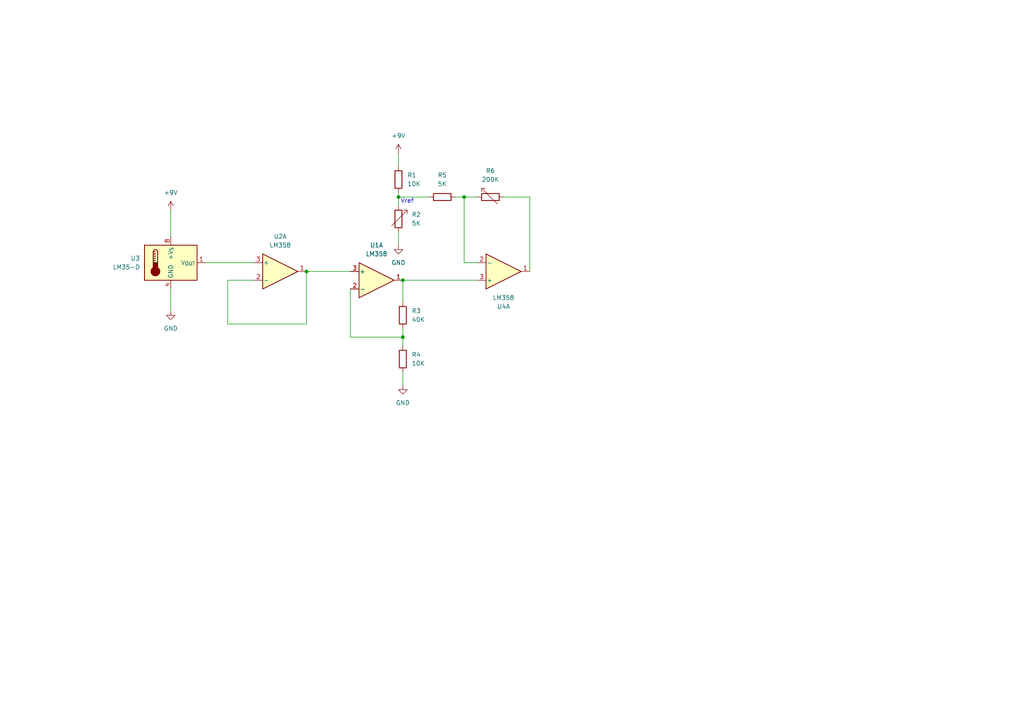
<source format=kicad_sch>
(kicad_sch (version 20250114) (generator "eeschema") (generator_version "9.0")
  (paper "A4")
  (lib_symbols
    (symbol "Amplifier_Operational:LM358" (pin_names (offset 0.127))
      (property "Reference" "U" (at 0 5.08 0))
      (property "Value" "LM358" (at 0 -5.08 0))
      (symbol "LM358_1_1"
        (polyline (pts (xy -5.08 5.08) (xy 5.08 0) (xy -5.08 -5.08) (xy -5.08 5.08)) (stroke (width 0.254)) (fill (type background)))
        (pin input line (at -7.62 2.54 0) (length 2.54) (name "+") (number "3"))
        (pin input line (at -7.62 -2.54 0) (length 2.54) (name "-") (number "2"))
        (pin output line (at 7.62 0 180) (length 2.54) (name "~") (number "1"))
      )
      (symbol "LM358_2_1"
        (polyline (pts (xy -5.08 5.08) (xy 5.08 0) (xy -5.08 -5.08) (xy -5.08 5.08)) (stroke (width 0.254)) (fill (type background)))
        (pin input line (at -7.62 2.54 0) (length 2.54) (name "+") (number "5"))
        (pin input line (at -7.62 -2.54 0) (length 2.54) (name "-") (number "6"))
        (pin output line (at 7.62 0 180) (length 2.54) (name "~") (number "7"))
      )
      (symbol "LM358_3_1"
        (pin power_in line (at -2.54 7.62 270) (length 3.81) (name "V+") (number "8"))
        (pin power_in line (at -2.54 -7.62 90) (length 3.81) (name "V-") (number "4"))
      )
    )
    (symbol "Device:R" (pin_numbers (hide yes)) (pin_names (offset 0))
      (property "Reference" "R" (at 2.032 0 90))
      (property "Value" "R" (at 0 0 90))
      (symbol "R_0_1"
        (rectangle (start -1.016 -2.54) (end 1.016 2.54) (stroke (width 0.254)))
      )
      (symbol "R_1_1"
        (pin passive line (at 0 3.81 270) (length 1.27) (name "~") (number "1"))
        (pin passive line (at 0 -3.81 90) (length 1.27) (name "~") (number "2"))
      )
    )
    (symbol "Device:R_Variable" (pin_numbers (hide yes)) (pin_names (offset 0))
      (property "Reference" "R" (at 2.54 -2.54 90))
      (property "Value" "R_Variable" (at -2.54 -1.27 90))
      (symbol "R_Variable_0_1"
        (rectangle (start -1.016 -2.54) (end 1.016 2.54) (stroke (width 0.254)))
        (polyline (pts (xy 2.54 1.524) (xy 2.54 2.54) (xy 1.524 2.54) (xy 2.54 2.54) (xy -2.032 -2.032)))
      )
      (symbol "R_Variable_1_1"
        (pin passive line (at 0 3.81 270) (length 1.27) (name "~") (number "1"))
        (pin passive line (at 0 -3.81 90) (length 1.27) (name "~") (number "2"))
      )
    )
    (symbol "Sensor_Temperature:LM35-D"
      (property "Reference" "U" (at -6.35 6.35 0))
      (property "Value" "LM35-D" (at 1.27 6.35 0))
      (symbol "LM35-D_0_1"
        (rectangle (start -7.62 5.08) (end 7.62 -5.08) (stroke (width 0.254)) (fill (type background)))
        (polyline (pts (xy -5.08 3.175) (xy -5.08 0)) (stroke (width 0.254)))
        (polyline (pts (xy -5.08 3.175) (xy -4.445 3.175)) (stroke (width 0.254)))
        (polyline (pts (xy -5.08 2.54) (xy -4.445 2.54)) (stroke (width 0.254)))
        (polyline (pts (xy -5.08 1.905) (xy -4.445 1.905)) (stroke (width 0.254)))
        (polyline (pts (xy -5.08 1.27) (xy -4.445 1.27)) (stroke (width 0.254)))
        (polyline (pts (xy -5.08 0.635) (xy -4.445 0.635)) (stroke (width 0.254)))
        (arc (start -5.08 3.175) (mid -4.445 3.8073) (end -3.81 3.175) (stroke (width 0.254)))
        (circle (center -4.445 -2.54) (radius 1.27) (stroke (width 0.254)) (fill (type outline)))
        (polyline (pts (xy -3.81 3.175) (xy -3.81 0)) (stroke (width 0.254)))
        (rectangle (start -3.81 -1.905) (end -5.08 0) (stroke (width 0.254)) (fill (type outline)))
      )
      (symbol "LM35-D_1_1"
        (pin no_connect line (at -2.54 5.08 270) (length 2.54) (hide yes) (name "NC") (number "3"))
        (pin no_connect line (at -2.54 -5.08 90) (length 2.54) (hide yes) (name "NC") (number "2"))
        (pin power_in line (at 0 7.62 270) (length 2.54) (name "+V_{S}") (number "8"))
        (pin power_in line (at 0 -7.62 90) (length 2.54) (name "GND") (number "4"))
        (pin no_connect line (at 2.54 -5.08 90) (length 2.54) (hide yes) (name "NC") (number "5"))
        (pin no_connect line (at 5.08 -5.08 90) (length 2.54) (hide yes) (name "NC") (number "6"))
        (pin no_connect line (at 7.62 2.54 180) (length 2.54) (hide yes) (name "NC") (number "7"))
        (pin output line (at 10.16 0 180) (length 2.54) (name "V_{OUT}") (number "1"))
      )
    )
    (symbol "power:+9V" (power) (pin_numbers (hide yes)) (pin_names (offset 0) (hide yes))
      (property "Value" "+9V" (at 0 3.556 0))
      (symbol "+9V_0_1"
        (polyline (pts (xy -0.762 1.27) (xy 0 2.54)))
        (polyline (pts (xy 0 2.54) (xy 0.762 1.27)))
        (polyline (pts (xy 0 0) (xy 0 2.54)))
      )
      (symbol "+9V_1_1"
        (pin power_in line (at 0 0 90) (length 0) (name "~") (number "1"))
      )
    )
    (symbol "power:GND" (power) (pin_numbers (hide yes)) (pin_names (offset 0) (hide yes))
      (property "Value" "GND" (at 0 -3.81 0))
      (symbol "GND_0_1"
        (polyline (pts (xy 0 0) (xy 0 -1.27) (xy 1.27 -1.27) (xy 0 -2.54) (xy -1.27 -1.27) (xy 0 -1.27)))
      )
      (symbol "GND_1_1"
        (pin power_in line (at 0 0 270) (length 0) (name "~") (number "1"))
      )
    )
  )
  (text "Vref\n" (at 118.11 58.42 0) (effects (font (size 1.27 1.27))))
  (junction (at 88.9 78.74))
  (junction (at 115.57 57.15))
  (junction (at 116.84 97.79))
  (junction (at 134.62 57.15))
  (junction (at 116.84 81.28))
  (wire (pts (xy 115.57 57.15) (xy 124.46 57.15)))
  (wire (pts (xy 73.66 81.28) (xy 66.04 81.28)))
  (wire (pts (xy 88.9 93.98) (xy 88.9 78.74)))
  (wire (pts (xy 88.9 78.74) (xy 101.6 78.74)))
  (wire (pts (xy 59.69 76.2) (xy 73.66 76.2)))
  (wire (pts (xy 101.6 83.82) (xy 101.6 97.79)))
  (wire (pts (xy 134.62 57.15) (xy 138.43 57.15)))
  (wire (pts (xy 116.84 97.79) (xy 116.84 100.33)))
  (wire (pts (xy 115.57 55.88) (xy 115.57 57.15)))
  (wire (pts (xy 116.84 81.28) (xy 138.43 81.28)))
  (wire (pts (xy 134.62 76.2) (xy 134.62 57.15)))
  (wire (pts (xy 101.6 97.79) (xy 116.84 97.79)))
  (wire (pts (xy 66.04 81.28) (xy 66.04 93.98)))
  (wire (pts (xy 153.67 57.15) (xy 146.05 57.15)))
  (wire (pts (xy 116.84 81.28) (xy 116.84 87.63)))
  (wire (pts (xy 115.57 57.15) (xy 115.57 59.69)))
  (wire (pts (xy 153.67 57.15) (xy 153.67 78.74)))
  (wire (pts (xy 138.43 76.2) (xy 134.62 76.2)))
  (wire (pts (xy 66.04 93.98) (xy 88.9 93.98)))
  (wire (pts (xy 115.57 44.45) (xy 115.57 48.26)))
  (wire (pts (xy 116.84 107.95) (xy 116.84 111.76)))
  (wire (pts (xy 115.57 67.31) (xy 115.57 71.12)))
  (wire (pts (xy 132.08 57.15) (xy 134.62 57.15)))
  (wire (pts (xy 49.53 60.96) (xy 49.53 68.58)))
  (wire (pts (xy 49.53 83.82) (xy 49.53 90.17)))
  (wire (pts (xy 116.84 95.25) (xy 116.84 97.79)))
  (symbol (lib_id "power:+9V") (at 49.53 60.96 0) (unit 1)
    (property "Reference" "#PWR02" (effects (hide yes)))
    (property "Value" "+9V" (at 49.53 55.88 0))
    (property "Description" "Power symbol creates a global label with name \"+9V\"" (effects (hide yes)))
  )
  (symbol (lib_id "Amplifier_Operational:LM358") (at 146.05 78.74 0) (mirror x) (unit 1)
    (property "Reference" "U4" (at 146.05 88.9 0))
    (property "Value" "LM358" (at 146.05 86.36 0))
    (property "Datasheet" "http://www.ti.com/lit/ds/symlink/lm2904-n.pdf" (effects (hide yes)))
    (property "Description" "Low-Power, Dual Operational Amplifiers, DIP-8/SOIC-8/TO-99-8" (effects (hide yes)))
  )
  (symbol (lib_id "Amplifier_Operational:LM358") (at 81.28 78.74 0) (unit 1)
    (property "Reference" "U2" (at 81.28 68.58 0))
    (property "Value" "LM358" (at 81.28 71.12 0))
    (property "Datasheet" "http://www.ti.com/lit/ds/symlink/lm2904-n.pdf" (effects (hide yes)))
    (property "Description" "Low-Power, Dual Operational Amplifiers, DIP-8/SOIC-8/TO-99-8" (effects (hide yes)))
  )
  (symbol (lib_id "Sensor_Temperature:LM35-D") (at 49.53 76.2 0) (unit 1)
    (property "Reference" "U3" (at 40.64 74.9299 0) (effects (justify right)))
    (property "Value" "LM35-D" (at 40.64 77.4699 0) (effects (justify right)))
    (property "Footprint" "Package_SO:SOIC-8_3.9x4.9mm_P1.27mm" (effects (hide yes)))
    (property "Datasheet" "http://www.ti.com/lit/ds/symlink/lm35.pdf" (effects (hide yes)))
    (property "Description" "Precision centigrade temperature sensor, SOIC-8" (effects (hide yes)))
  )
  (symbol (lib_id "Device:R") (at 116.84 104.14 0) (unit 1)
    (property "Reference" "R4" (at 119.38 102.8699 0) (effects (justify left)))
    (property "Value" "10K" (at 119.38 105.4099 0) (effects (justify left)))
    (property "Description" "Resistor" (effects (hide yes)))
  )
  (symbol (lib_id "Amplifier_Operational:LM358") (at 109.22 81.28 0) (unit 1)
    (property "Reference" "U1" (at 109.22 71.12 0))
    (property "Value" "LM358" (at 109.22 73.66 0))
    (property "Datasheet" "http://www.ti.com/lit/ds/symlink/lm2904-n.pdf" (effects (hide yes)))
    (property "Description" "Low-Power, Dual Operational Amplifiers, DIP-8/SOIC-8/TO-99-8" (effects (hide yes)))
  )
  (symbol (lib_id "power:+9V") (at 115.57 44.45 0) (unit 1)
    (property "Reference" "#PWR03" (effects (hide yes)))
    (property "Value" "+9V" (at 115.57 39.37 0))
    (property "Description" "Power symbol creates a global label with name \"+9V\"" (effects (hide yes)))
  )
  (symbol (lib_id "power:GND") (at 116.84 111.76 0) (unit 1)
    (property "Reference" "#PWR04" (effects (hide yes)))
    (property "Value" "GND" (at 116.84 116.84 0))
    (property "Description" "Power symbol creates a global label with name \"GND\" , ground" (effects (hide yes)))
  )
  (symbol (lib_id "Device:R") (at 115.57 52.07 0) (unit 1)
    (property "Reference" "R1" (at 118.11 50.7999 0) (effects (justify left)))
    (property "Value" "10K" (at 118.11 53.3399 0) (effects (justify left)))
    (property "Description" "Resistor" (effects (hide yes)))
  )
  (symbol (lib_id "power:GND") (at 115.57 71.12 0) (unit 1)
    (property "Reference" "#PWR05" (effects (hide yes)))
    (property "Value" "GND" (at 115.57 76.2 0))
    (property "Description" "Power symbol creates a global label with name \"GND\" , ground" (effects (hide yes)))
  )
  (symbol (lib_id "Device:R_Variable") (at 142.24 57.15 90) (unit 1)
    (property "Reference" "R6" (at 142.24 49.53 90))
    (property "Value" "200K" (at 142.24 52.07 90))
    (property "Description" "Variable resistor" (effects (hide yes)))
  )
  (symbol (lib_id "power:GND") (at 49.53 90.17 0) (unit 1)
    (property "Reference" "#PWR01" (effects (hide yes)))
    (property "Value" "GND" (at 49.53 95.25 0))
    (property "Description" "Power symbol creates a global label with name \"GND\" , ground" (effects (hide yes)))
  )
  (symbol (lib_id "Device:R_Variable") (at 115.57 63.5 0) (unit 1)
    (property "Reference" "R2" (at 119.38 62.2299 0) (effects (justify left)))
    (property "Value" "5K" (at 119.38 64.7699 0) (effects (justify left)))
    (property "Description" "Variable resistor" (effects (hide yes)))
  )
  (symbol (lib_id "Device:R") (at 128.27 57.15 90) (unit 1)
    (property "Reference" "R5" (at 128.27 50.8 90))
    (property "Value" "5K" (at 128.27 53.34 90))
    (property "Description" "Resistor" (effects (hide yes)))
  )
  (symbol (lib_id "Device:R") (at 116.84 91.44 0) (unit 1)
    (property "Reference" "R3" (at 119.38 90.1699 0) (effects (justify left)))
    (property "Value" "40K" (at 119.38 92.7099 0) (effects (justify left)))
    (property "Description" "Resistor" (effects (hide yes)))
  )
  (sheet (at 10.16 224.79) (size 276.86 171.45) (stroke (width 0.1524))
    (property "Sheetname" "8. Laboratorio_Sensor_Solar_Orientacion" (at 10.16 224.0784 0) (effects (justify left bottom)))
    (property "Sheetfile" "untitled.kicad_sch" (at 10.16 396.8246 0) (effects (justify left top)))
  )
)
</source>
